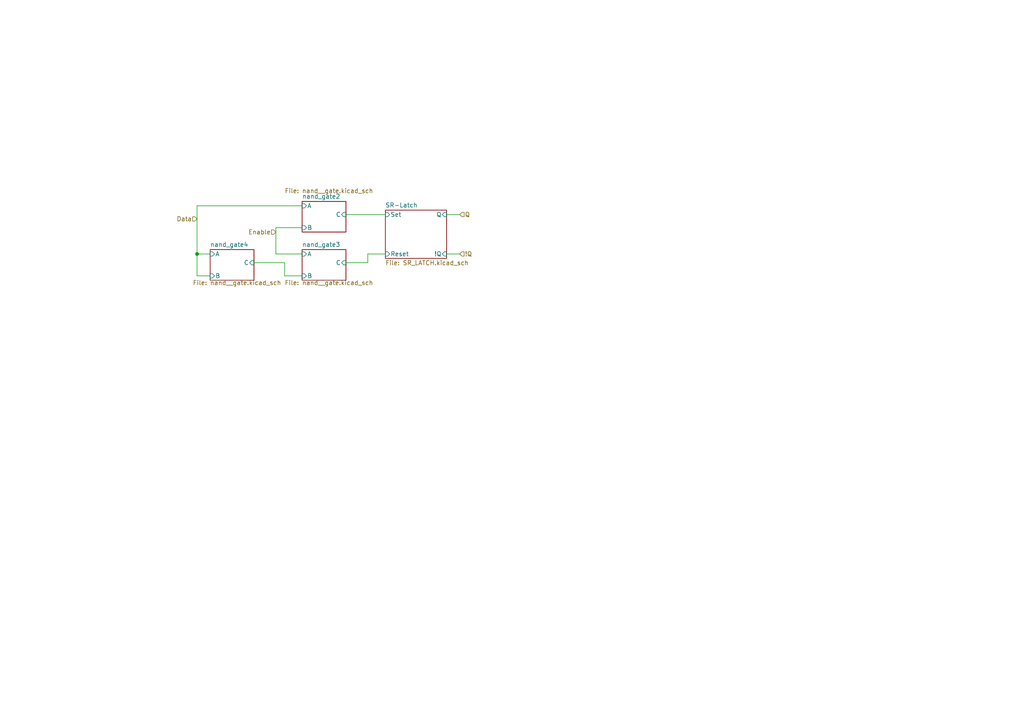
<source format=kicad_sch>
(kicad_sch (version 20230121) (generator eeschema)
  (paper "A4")
  (lib_symbols)
  (junction (at 57.15 73.66))
  (wire (pts (xy 73.66 76.2) (xy 82.55 76.2)))
  (wire (pts (xy 57.15 73.66) (xy 57.15 59.69)))
  (wire (pts (xy 129.54 73.66) (xy 133.35 73.66)))
  (wire (pts (xy 57.15 80.01) (xy 60.96 80.01)))
  (wire (pts (xy 57.15 59.69) (xy 87.63 59.69)))
  (wire (pts (xy 60.96 73.66) (xy 57.15 73.66)))
  (wire (pts (xy 80.01 73.66) (xy 87.63 73.66)))
  (wire (pts (xy 100.33 76.2) (xy 106.68 76.2)))
  (wire (pts (xy 82.55 80.01) (xy 87.63 80.01)))
  (wire (pts (xy 57.15 73.66) (xy 57.15 80.01)))
  (wire (pts (xy 106.68 76.2) (xy 106.68 73.66)))
  (wire (pts (xy 100.33 62.23) (xy 111.76 62.23)))
  (wire (pts (xy 82.55 76.2) (xy 82.55 80.01)))
  (wire (pts (xy 80.01 66.04) (xy 87.63 66.04)))
  (wire (pts (xy 80.01 66.04) (xy 80.01 73.66)))
  (wire (pts (xy 129.54 62.23) (xy 133.35 62.23)))
  (wire (pts (xy 106.68 73.66) (xy 111.76 73.66)))
  (hierarchical_label "!Q" (shape input) (at 133.35 73.66 0))
  (hierarchical_label "Q" (shape input) (at 133.35 62.23 0))
  (hierarchical_label "Data" (shape input) (at 57.15 63.5 180))
  (hierarchical_label "Enable" (shape input) (at 80.01 67.31 180))
  (sheet (at 111.76 60.96) (size 17.78 13.97) (stroke (width 0.1524))
    (property "Sheetname" "SR-Latch" (at 111.76 60.2484 0) (effects (justify left bottom)))
    (property "Sheetfile" "SR_LATCH.kicad_sch" (at 111.76 75.5146 0) (effects (justify left top)))
    (pin "Reset" input (at 111.76 73.66 180))
    (pin "Q" input (at 129.54 62.23 0))
    (pin "Set" input (at 111.76 62.23 180))
    (pin "!Q" input (at 129.54 73.66 0))
  )
  (sheet (at 87.63 72.39) (size 12.7 8.89) (stroke (width 0.1524))
    (property "Sheetname" "nand_gate3" (at 87.63 71.6784 0) (effects (justify left bottom)))
    (property "Sheetfile" "nand__gate.kicad_sch" (at 82.55 81.28 0) (effects (justify left top)))
    (pin "B" input (at 87.63 80.01 180))
    (pin "A" input (at 87.63 73.66 180))
    (pin "C" input (at 100.33 76.2 0))
  )
  (sheet (at 60.96 72.39) (size 12.7 8.89) (stroke (width 0.1524))
    (property "Sheetname" "nand_gate4" (at 60.96 71.6784 0) (effects (justify left bottom)))
    (property "Sheetfile" "nand__gate.kicad_sch" (at 55.88 81.28 0) (effects (justify left top)))
    (pin "B" input (at 60.96 80.01 180))
    (pin "A" input (at 60.96 73.66 180))
    (pin "C" input (at 73.66 76.2 0))
  )
  (sheet (at 87.63 58.42) (size 12.7 8.89) (stroke (width 0.1524))
    (property "Sheetname" "nand_gate2" (at 87.63 57.7084 0) (effects (justify left bottom)))
    (property "Sheetfile" "nand__gate.kicad_sch" (at 82.55 54.61 0) (effects (justify left top)))
    (pin "B" input (at 87.63 66.04 180))
    (pin "A" input (at 87.63 59.69 180))
    (pin "C" input (at 100.33 62.23 0))
  )
)
</source>
